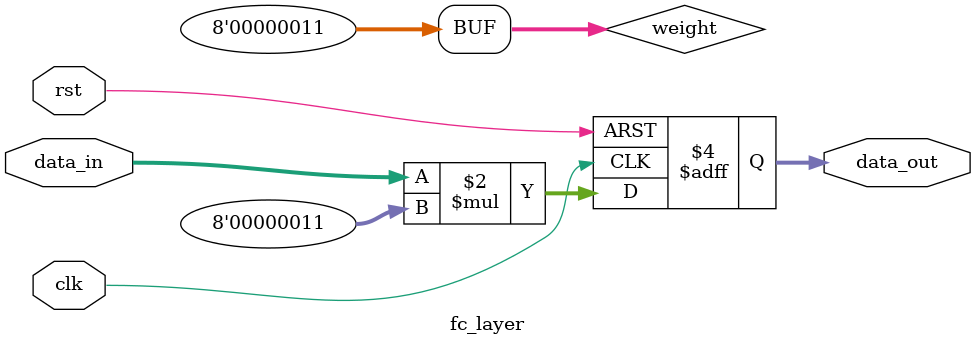
<source format=v>
module fc_layer(input clk, input rst, input [7:0] data_in, output reg [7:0] data_out);
    reg [7:0] weight = 8'd3;
    always @(posedge clk or posedge rst) begin
        if (rst)
            data_out <= 0;
        else
            data_out <= data_in * weight;
    end
endmodule

</source>
